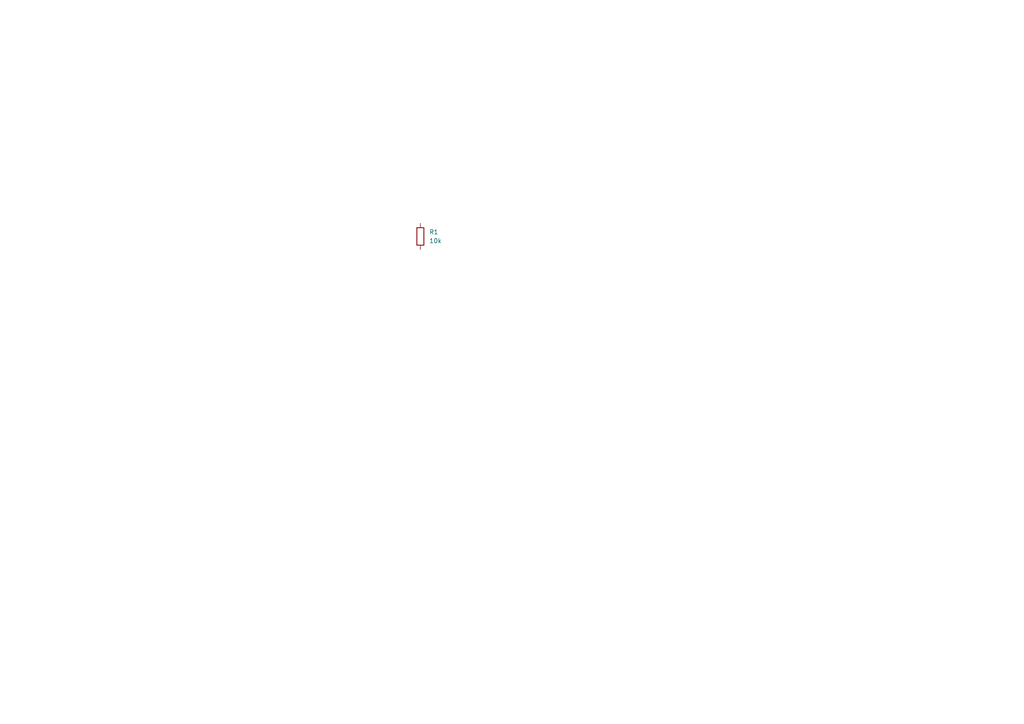
<source format=kicad_sch>
(kicad_sch (version 20250114) (generator "circuit_synth") (generator_version "9.0")
  (paper "A4")
  (lib_symbols
    (symbol "Device:R" (pin_numbers (hide yes)) (pin_names (offset 0))
      (property "Reference" "R" (at 2.032 0 90))
      (property "Value" "R" (at 0 0 90))
      (symbol "R_0_1"
        (rectangle (start -1.016 -2.54) (end 1.016 2.54) (stroke (width 0.254)))
      )
      (symbol "R_1_1"
        (pin passive line (at 0 3.81 270) (length 1.27) (name "~") (number "1"))
        (pin passive line (at 0 -3.81 90) (length 1.27) (name "~") (number "2"))
      )
    )
  )
  (symbol (lib_id "Device:R") (at 121.92 68.58 0) (unit 1)
    (property "Reference" "R1" (at 124.46000000000001 67.31 0) (effects (justify left)))
    (property "Value" "10k" (at 124.46000000000001 69.85 0) (effects (justify left)))
    (property "Footprint" "Resistor_SMD:R_0603_1608Metric" (effects (hide yes)))
    (property "Description" "Resistor" (effects (hide yes)))
  )
)
</source>
